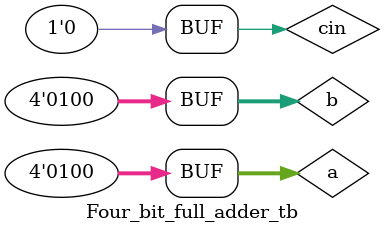
<source format=v>
module half_adder(s,cout,a,b);
input a,b;
output s,cout;
xor(s,a,b);
and(cout,a,b);
endmodule
module full_adder(s,cout,a,b,cin);
input a,b,cin;
output s,cout;
wire s1,cout1,cout2;
half_adder h1(s1,cout1,a,b);
half_adder h2(s,cout2,s1,cin);
or(cout,cout1,cout2);
endmodule
module Four_bit_full_adder(s,cout,a,b,cin);
input [3:0]a,b;
input cin;
output [3:0]s;
output cout;
wire [2:0]c;
full_adder f0(s[0],c[0],a[0],b[0],cin);
full_adder f1(s[1],c[1],a[1],b[1],c[0]);
full_adder f2(s[2],c[2],a[2],b[2],c[1]);
full_adder f3(s[3],cout,a[3],b[3],c[2]);
endmodule
module Four_bit_full_adder_tb;
reg [3:0]a,b;
reg  cin;
wire [3:0]s;
wire  cout;
Four_bit_full_adder fbfa(s,cout,a,b,cin);
initial begin 
a=4'b0000; b=4'b0000; cin=1'b0; #50;
a=4'b0001; b=4'b1000; cin=1'b0; #50;
a=4'b0100; b=4'b0001; cin=1'b0; #50;
a=4'b0100; b=4'b0100; cin=1'b0; #50;
end endmodule

</source>
